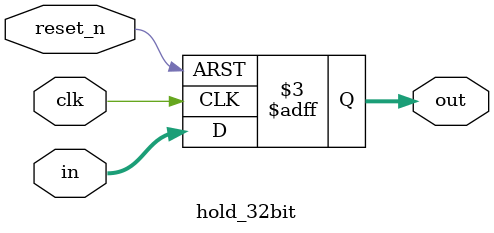
<source format=sv>
module hold_32bit(
    input reset_n,clk,
    input [31:0] in,
    output logic [31:0] out
);

always @(posedge clk or negedge reset_n) begin
    if (!reset_n) begin
        out <= 32'b0;
    end
    else begin
        out <= in;
    end
end
    
endmodule
</source>
